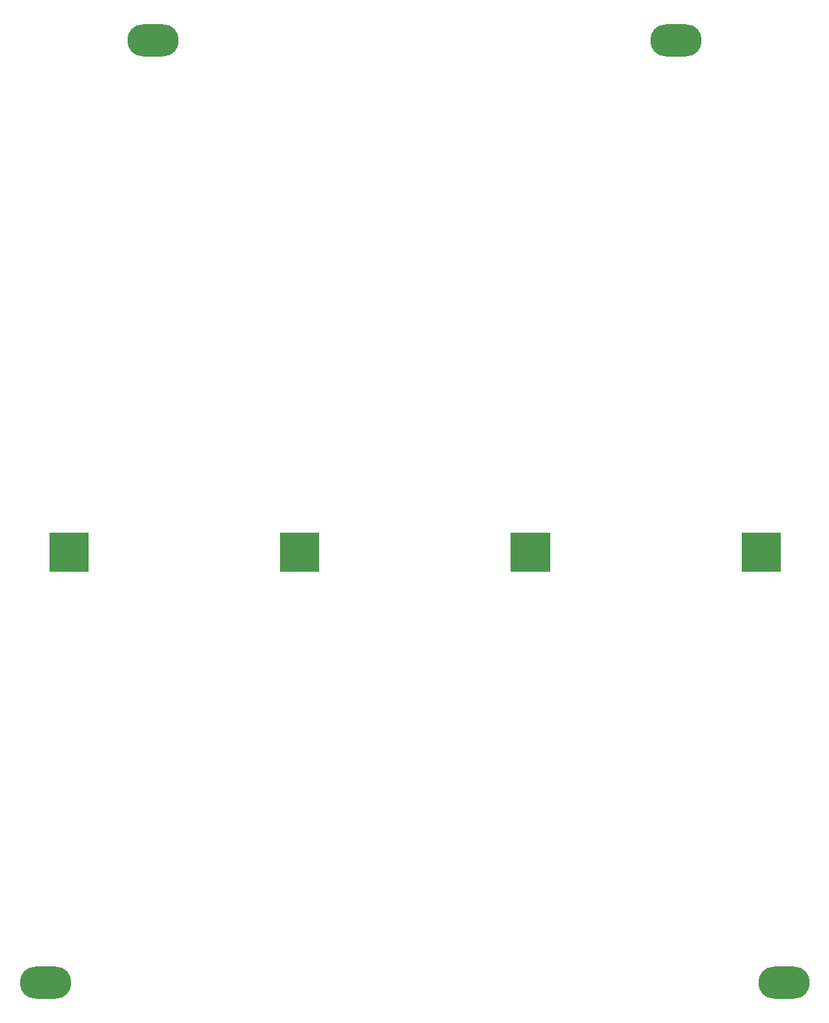
<source format=gbr>
G04 #@! TF.GenerationSoftware,KiCad,Pcbnew,(6.0.6)*
G04 #@! TF.CreationDate,2022-11-24T12:53:55+00:00*
G04 #@! TF.ProjectId,Drumbox,4472756d-626f-4782-9e6b-696361645f70,rev?*
G04 #@! TF.SameCoordinates,Original*
G04 #@! TF.FileFunction,Soldermask,Top*
G04 #@! TF.FilePolarity,Negative*
%FSLAX46Y46*%
G04 Gerber Fmt 4.6, Leading zero omitted, Abs format (unit mm)*
G04 Created by KiCad (PCBNEW (6.0.6)) date 2022-11-24 12:53:55*
%MOMM*%
%LPD*%
G01*
G04 APERTURE LIST*
%ADD10C,0.100000*%
%ADD11O,6.700000X4.200000*%
G04 APERTURE END LIST*
D10*
G36*
X59500000Y-108500000D02*
G01*
X54500000Y-108500000D01*
X54500000Y-103500000D01*
X59500000Y-103500000D01*
X59500000Y-108500000D01*
G37*
X59500000Y-108500000D02*
X54500000Y-108500000D01*
X54500000Y-103500000D01*
X59500000Y-103500000D01*
X59500000Y-108500000D01*
G36*
X89500000Y-108500000D02*
G01*
X84500000Y-108500000D01*
X84500000Y-103500000D01*
X89500000Y-103500000D01*
X89500000Y-108500000D01*
G37*
X89500000Y-108500000D02*
X84500000Y-108500000D01*
X84500000Y-103500000D01*
X89500000Y-103500000D01*
X89500000Y-108500000D01*
G36*
X119500000Y-108500000D02*
G01*
X114500000Y-108500000D01*
X114500000Y-103500000D01*
X119500000Y-103500000D01*
X119500000Y-108500000D01*
G37*
X119500000Y-108500000D02*
X114500000Y-108500000D01*
X114500000Y-103500000D01*
X119500000Y-103500000D01*
X119500000Y-108500000D01*
G36*
X149500000Y-108500000D02*
G01*
X144500000Y-108500000D01*
X144500000Y-103500000D01*
X149500000Y-103500000D01*
X149500000Y-108500000D01*
G37*
X149500000Y-108500000D02*
X144500000Y-108500000D01*
X144500000Y-103500000D01*
X149500000Y-103500000D01*
X149500000Y-108500000D01*
D11*
X54000000Y-162000000D03*
X136000000Y-39500000D03*
X68000000Y-39500000D03*
X150000000Y-162000000D03*
M02*

</source>
